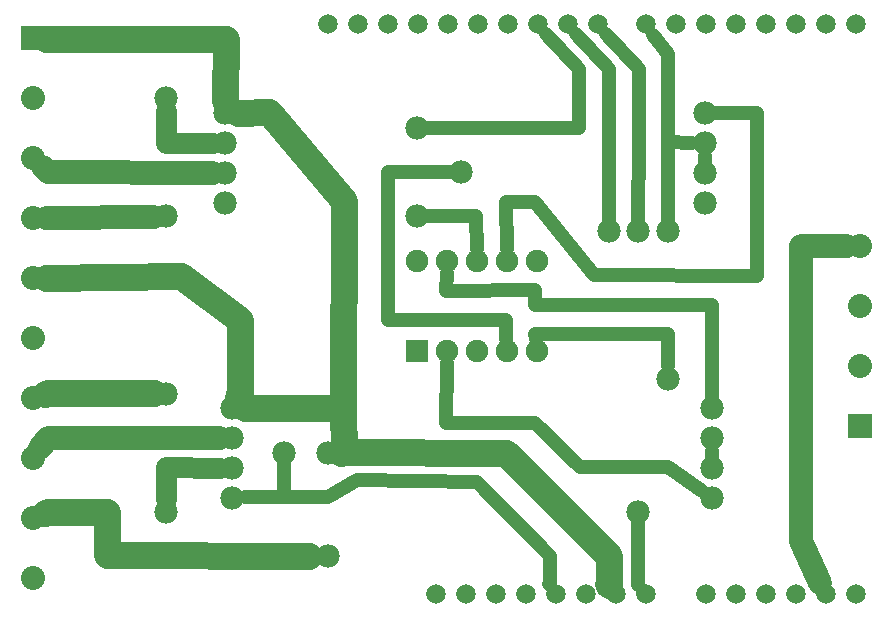
<source format=gbl>
G04 MADE WITH FRITZING*
G04 WWW.FRITZING.ORG*
G04 DOUBLE SIDED*
G04 HOLES PLATED*
G04 CONTOUR ON CENTER OF CONTOUR VECTOR*
%ASAXBY*%
%FSLAX23Y23*%
%MOIN*%
%OFA0B0*%
%SFA1.0B1.0*%
%ADD10C,0.080000*%
%ADD11C,0.065278*%
%ADD12C,0.078000*%
%ADD13C,0.075000*%
%ADD14R,0.080000X0.080000*%
%ADD15R,0.075000X0.075000*%
%ADD16C,0.090000*%
%ADD17C,0.048000*%
%ADD18C,0.070000*%
%LNCOPPER0*%
G90*
G70*
G54D10*
X287Y2006D03*
X287Y1806D03*
X287Y1606D03*
X287Y1406D03*
X287Y1206D03*
X287Y1006D03*
X287Y806D03*
X287Y606D03*
X287Y406D03*
X287Y206D03*
X3043Y914D03*
X3043Y1114D03*
X3043Y1314D03*
X3043Y714D03*
G54D11*
X2628Y152D03*
X2728Y152D03*
X2828Y152D03*
X2928Y152D03*
X3028Y152D03*
X2168Y2052D03*
X2068Y2052D03*
X1968Y2052D03*
X1868Y2052D03*
X1768Y2052D03*
X1668Y2052D03*
X1568Y2052D03*
X1468Y2052D03*
X1368Y2052D03*
X1268Y2052D03*
X3028Y2052D03*
X2928Y2052D03*
X2828Y2052D03*
X2728Y2052D03*
X2628Y2052D03*
X2528Y2052D03*
X2428Y2052D03*
X2328Y2052D03*
X1728Y152D03*
X1628Y152D03*
X1828Y152D03*
X1928Y152D03*
X2028Y152D03*
X2128Y152D03*
X2228Y152D03*
X2328Y152D03*
X2528Y152D03*
G54D12*
X926Y1757D03*
X926Y1657D03*
X926Y1557D03*
X926Y1457D03*
X951Y772D03*
X951Y672D03*
X951Y572D03*
X951Y472D03*
X2550Y772D03*
X2550Y672D03*
X2550Y572D03*
X2550Y472D03*
X2525Y1757D03*
X2525Y1657D03*
X2525Y1557D03*
X2525Y1457D03*
X1271Y625D03*
X1271Y280D03*
X1566Y1707D03*
X1566Y1412D03*
X2403Y871D03*
X2304Y428D03*
X2403Y1363D03*
X730Y428D03*
X730Y821D03*
X730Y1412D03*
X730Y1806D03*
X1123Y625D03*
X1714Y1560D03*
X2206Y1363D03*
X2304Y1363D03*
G54D13*
X1566Y964D03*
X1566Y1264D03*
X1666Y964D03*
X1666Y1264D03*
X1766Y964D03*
X1766Y1264D03*
X1866Y964D03*
X1866Y1264D03*
X1966Y964D03*
X1966Y1264D03*
G54D14*
X287Y2006D03*
X3043Y714D03*
G54D15*
X1566Y964D03*
G54D10*
X2846Y329D02*
X2910Y190D01*
D02*
X2846Y1312D02*
X2846Y329D01*
D02*
X3000Y1313D02*
X2846Y1312D01*
D02*
X335Y674D02*
X910Y672D01*
D02*
X311Y640D02*
X335Y674D01*
G54D16*
D02*
X2206Y279D02*
X1862Y624D01*
D02*
X1322Y626D02*
X1320Y773D01*
D02*
X1862Y624D02*
X1322Y626D01*
D02*
X2206Y182D02*
X2206Y279D01*
D02*
X1322Y1462D02*
X1074Y1759D01*
D02*
X2203Y186D02*
X2206Y182D01*
D02*
X1320Y773D02*
X1322Y1462D01*
D02*
X1074Y1759D02*
X968Y1757D01*
D02*
X1320Y773D02*
X993Y772D01*
G54D17*
D02*
X1366Y535D02*
X1271Y478D01*
D02*
X1271Y478D02*
X1122Y478D01*
D02*
X1766Y527D02*
X1366Y535D01*
D02*
X2009Y182D02*
X2010Y279D01*
D02*
X1024Y478D02*
X993Y476D01*
D02*
X1122Y478D02*
X1024Y478D01*
D02*
X2010Y279D02*
X1766Y527D01*
D02*
X2005Y188D02*
X2009Y182D01*
D02*
X1122Y478D02*
X1123Y583D01*
G54D18*
D02*
X910Y573D02*
X729Y577D01*
D02*
X729Y577D02*
X729Y469D01*
G54D16*
D02*
X335Y823D02*
X326Y820D01*
D02*
X688Y822D02*
X335Y823D01*
G54D10*
D02*
X688Y1411D02*
X329Y1406D01*
G54D18*
D02*
X731Y1657D02*
X730Y1765D01*
D02*
X885Y1657D02*
X731Y1657D01*
G54D10*
D02*
X336Y1560D02*
X318Y1577D01*
D02*
X885Y1557D02*
X336Y1560D01*
G54D16*
D02*
X975Y1068D02*
X778Y1214D01*
D02*
X975Y822D02*
X975Y1068D01*
D02*
X969Y810D02*
X975Y822D01*
D02*
X778Y1214D02*
X329Y1206D01*
G54D17*
D02*
X2525Y1598D02*
X2525Y1615D01*
D02*
X2550Y614D02*
X2550Y631D01*
D02*
X1959Y722D02*
X2108Y577D01*
D02*
X1663Y723D02*
X1959Y722D01*
D02*
X2403Y577D02*
X2517Y496D01*
D02*
X2108Y577D02*
X2403Y577D01*
D02*
X1666Y925D02*
X1663Y723D01*
D02*
X2305Y1659D02*
X2305Y1904D01*
D02*
X2305Y1904D02*
X2197Y2021D01*
D02*
X2304Y1404D02*
X2305Y1659D01*
D02*
X1961Y1167D02*
X1664Y1165D01*
D02*
X1960Y1117D02*
X1961Y1167D01*
D02*
X1664Y1165D02*
X1665Y1225D01*
D02*
X2550Y1116D02*
X1960Y1117D01*
D02*
X2550Y814D02*
X2550Y1116D01*
D02*
X2206Y1904D02*
X2206Y1659D01*
D02*
X2206Y1659D02*
X2206Y1404D01*
D02*
X2097Y2021D02*
X2206Y1904D01*
D02*
X1862Y1067D02*
X1864Y1004D01*
D02*
X1469Y1560D02*
X1469Y1067D01*
D02*
X1469Y1067D02*
X1862Y1067D01*
D02*
X1673Y1560D02*
X1469Y1560D01*
D02*
X2402Y1019D02*
X1960Y1019D01*
D02*
X1960Y1019D02*
X1962Y1004D01*
D02*
X2403Y912D02*
X2402Y1019D01*
D02*
X2353Y2018D02*
X2402Y1953D01*
D02*
X2402Y1659D02*
X2403Y1404D01*
D02*
X2402Y1953D02*
X2402Y1659D01*
D02*
X2402Y1659D02*
X2484Y1657D01*
D02*
X2107Y1708D02*
X2107Y1904D01*
D02*
X2107Y1904D02*
X1997Y2021D01*
D02*
X1607Y1707D02*
X2107Y1708D01*
D02*
X1764Y1413D02*
X1607Y1412D01*
D02*
X1766Y1304D02*
X1764Y1413D01*
D02*
X1960Y1461D02*
X1862Y1461D01*
D02*
X2157Y1216D02*
X1960Y1461D01*
D02*
X1862Y1461D02*
X1865Y1304D01*
D02*
X2699Y1756D02*
X2699Y1213D01*
D02*
X2699Y1213D02*
X2157Y1216D01*
D02*
X2567Y1756D02*
X2699Y1756D01*
G54D16*
D02*
X928Y2002D02*
X336Y2003D01*
D02*
X927Y1798D02*
X928Y2002D01*
D02*
X1322Y626D02*
X1312Y625D01*
D02*
X532Y282D02*
X1207Y280D01*
D02*
X532Y428D02*
X532Y282D01*
D02*
X335Y428D02*
X532Y428D01*
D02*
X325Y424D02*
X335Y428D01*
G54D17*
D02*
X2304Y182D02*
X2304Y387D01*
D02*
X2302Y185D02*
X2304Y182D01*
G54D16*
D02*
X336Y2003D02*
X329Y2004D01*
G04 End of Copper0*
M02*
</source>
